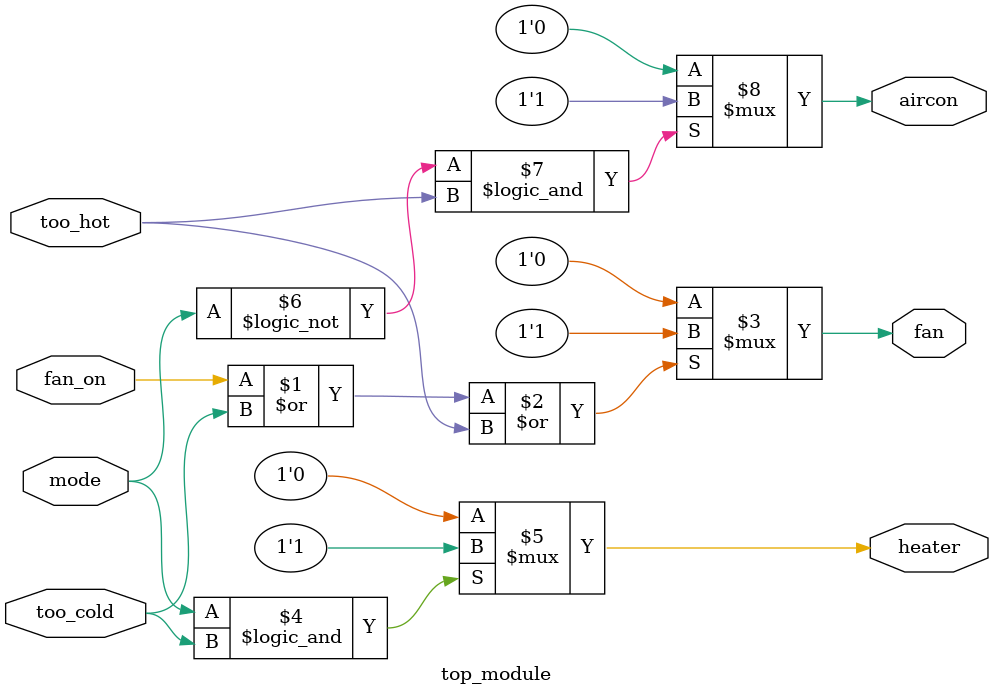
<source format=sv>
module top_module(
	input mode,
	input too_cold, 
	input too_hot,
	input fan_on,
	output heater,
	output aircon,
	output fan
);

// Control the fan
assign fan = (fan_on | too_cold | too_hot) ? 1'b1 : 1'b0;

// Control the heater
assign heater = (mode && too_cold) ? 1'b1 : 1'b0;

// Control the aircon
assign aircon = (!mode && too_hot) ? 1'b1 : 1'b0;

endmodule

</source>
